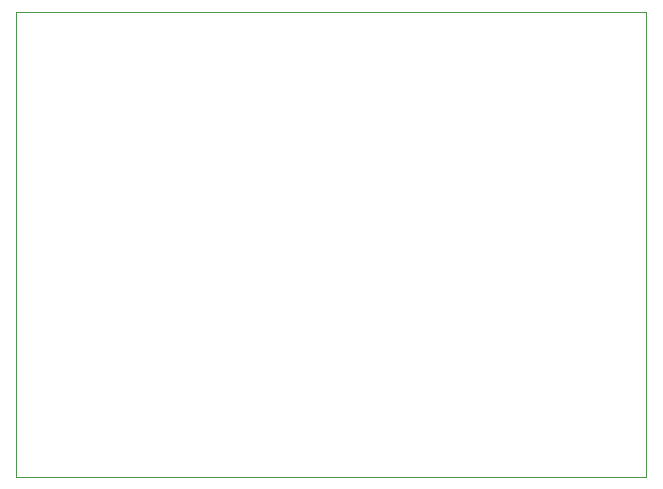
<source format=gbr>
%TF.GenerationSoftware,KiCad,Pcbnew,7.0.2*%
%TF.CreationDate,2023-06-01T11:51:48+02:00*%
%TF.ProjectId,Indicator_voltage,496e6469-6361-4746-9f72-5f766f6c7461,rev?*%
%TF.SameCoordinates,Original*%
%TF.FileFunction,Profile,NP*%
%FSLAX46Y46*%
G04 Gerber Fmt 4.6, Leading zero omitted, Abs format (unit mm)*
G04 Created by KiCad (PCBNEW 7.0.2) date 2023-06-01 11:51:48*
%MOMM*%
%LPD*%
G01*
G04 APERTURE LIST*
%TA.AperFunction,Profile*%
%ADD10C,0.100000*%
%TD*%
G04 APERTURE END LIST*
D10*
X118110000Y-87910000D02*
X171450000Y-87910000D01*
X171450000Y-127280000D01*
X118110000Y-127280000D01*
X118110000Y-87910000D01*
M02*

</source>
